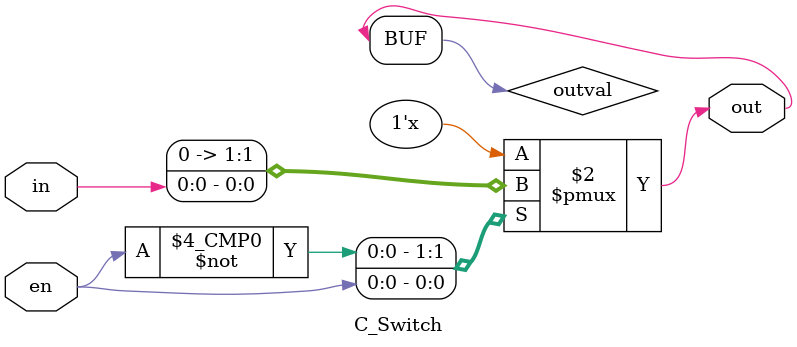
<source format=v>
module C_Switch(en, in, out);

	parameter BITS = 1;
	input en;
	input [BITS-1:0] in;
	output [BITS-1:0] out;
	reg [BITS-1:0] outval;

	always @ (en or in) begin
		case(en)
		1'b0 : outval = {BITS{1'b0}};
		1'b1 : outval = in;
		endcase
	end
	assign out = outval;

endmodule

</source>
